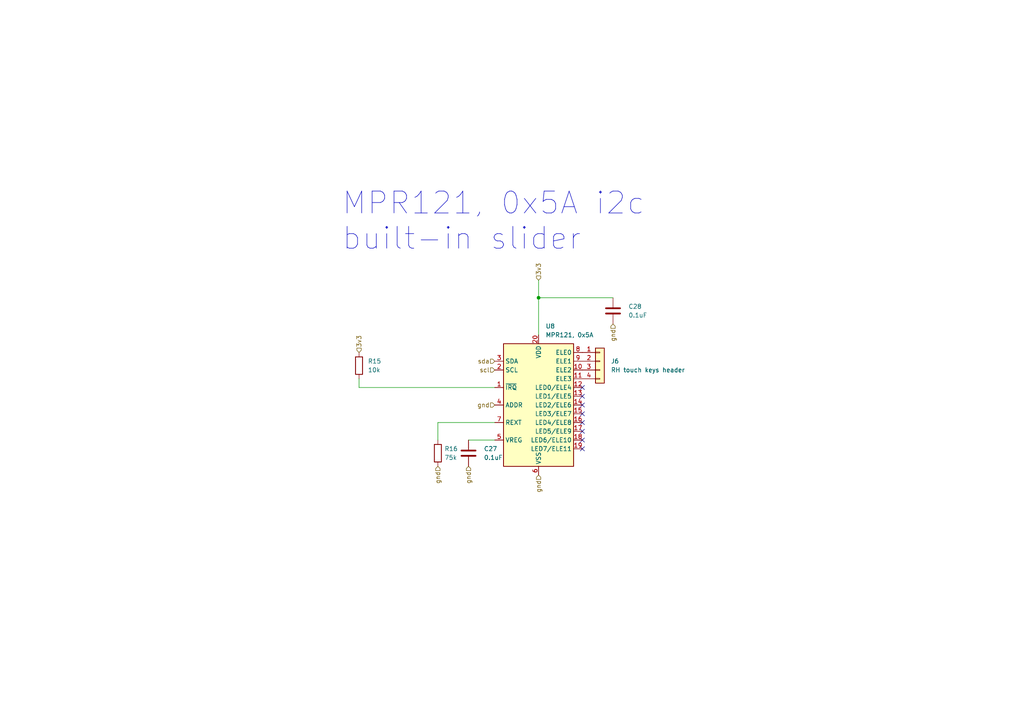
<source format=kicad_sch>
(kicad_sch (version 20211123) (generator eeschema)
  (paper "A4")
  (lib_symbols
    (symbol "Connector_Generic:Conn_01x04" (pin_names (offset 1.016) hide)
      (property "Reference" "J" (at 0 5.08 0))
      (property "Value" "Conn_01x04" (at 0 -7.62 0))
      (symbol "Conn_01x04_1_1"
        (rectangle (start -1.27 -4.953) (end 0 -5.207) (stroke (width 0.1524)))
        (rectangle (start -1.27 -2.413) (end 0 -2.667) (stroke (width 0.1524)))
        (rectangle (start -1.27 0.127) (end 0 -0.127) (stroke (width 0.1524)))
        (rectangle (start -1.27 2.667) (end 0 2.413) (stroke (width 0.1524)))
        (rectangle (start -1.27 3.81) (end 1.27 -6.35) (stroke (width 0.254)) (fill (type background)))
        (pin passive line (at -5.08 2.54 0) (length 3.81) (name "Pin_1") (number "1"))
        (pin passive line (at -5.08 0 0) (length 3.81) (name "Pin_2") (number "2"))
        (pin passive line (at -5.08 -2.54 0) (length 3.81) (name "Pin_3") (number "3"))
        (pin passive line (at -5.08 -5.08 0) (length 3.81) (name "Pin_4") (number "4"))
      )
    )
    (symbol "Device:C" (pin_numbers hide) (pin_names (offset 0.254))
      (property "Reference" "C" (at 0.635 2.54 0))
      (property "Value" "C" (at 0.635 -2.54 0))
      (symbol "C_0_1"
        (polyline (pts (xy -2.032 -0.762) (xy 2.032 -0.762)) (stroke (width 0.508)))
        (polyline (pts (xy -2.032 0.762) (xy 2.032 0.762)) (stroke (width 0.508)))
      )
      (symbol "C_1_1"
        (pin passive line (at 0 3.81 270) (length 2.794) (name "~") (number "1"))
        (pin passive line (at 0 -3.81 90) (length 2.794) (name "~") (number "2"))
      )
    )
    (symbol "Device:R" (pin_numbers hide) (pin_names (offset 0))
      (property "Reference" "R" (at 2.032 0 90))
      (property "Value" "R" (at 0 0 90))
      (symbol "R_0_1"
        (rectangle (start -1.016 -2.54) (end 1.016 2.54) (stroke (width 0.254)))
      )
      (symbol "R_1_1"
        (pin passive line (at 0 3.81 270) (length 1.27) (name "~") (number "1"))
        (pin passive line (at 0 -3.81 90) (length 1.27) (name "~") (number "2"))
      )
    )
    (symbol "Sensor_Touch:MPR121QR2"
      (property "Reference" "U" (at -10.16 19.05 0))
      (property "Value" "MPR121QR2" (at 6.35 19.05 0))
      (symbol "MPR121QR2_0_1"
        (rectangle (start -10.16 17.78) (end 10.16 -17.78) (stroke (width 0.254)) (fill (type background)))
      )
      (symbol "MPR121QR2_1_1"
        (pin open_collector line (at -12.7 5.08 0) (length 2.54) (name "~{IRQ}") (number "1"))
        (pin passive line (at 12.7 10.16 180) (length 2.54) (name "ELE2") (number "10"))
        (pin passive line (at 12.7 7.62 180) (length 2.54) (name "ELE3") (number "11"))
        (pin passive line (at 12.7 5.08 180) (length 2.54) (name "LED0/ELE4") (number "12"))
        (pin passive line (at 12.7 2.54 180) (length 2.54) (name "LED1/ELE5") (number "13"))
        (pin passive line (at 12.7 0 180) (length 2.54) (name "LED2/ELE6") (number "14"))
        (pin passive line (at 12.7 -2.54 180) (length 2.54) (name "LED3/ELE7") (number "15"))
        (pin passive line (at 12.7 -5.08 180) (length 2.54) (name "LED4/ELE8") (number "16"))
        (pin passive line (at 12.7 -7.62 180) (length 2.54) (name "LED5/ELE9") (number "17"))
        (pin passive line (at 12.7 -10.16 180) (length 2.54) (name "LED6/ELE10") (number "18"))
        (pin passive line (at 12.7 -12.7 180) (length 2.54) (name "LED7/ELE11") (number "19"))
        (pin input line (at -12.7 10.16 0) (length 2.54) (name "SCL") (number "2"))
        (pin power_in line (at 0 20.32 270) (length 2.54) (name "VDD") (number "20"))
        (pin bidirectional line (at -12.7 12.7 0) (length 2.54) (name "SDA") (number "3"))
        (pin input line (at -12.7 0 0) (length 2.54) (name "ADDR") (number "4"))
        (pin passive line (at -12.7 -10.16 0) (length 2.54) (name "VREG") (number "5"))
        (pin power_in line (at 0 -20.32 90) (length 2.54) (name "VSS") (number "6"))
        (pin passive line (at -12.7 -5.08 0) (length 2.54) (name "REXT") (number "7"))
        (pin passive line (at 12.7 15.24 180) (length 2.54) (name "ELE0") (number "8"))
        (pin passive line (at 12.7 12.7 180) (length 2.54) (name "ELE1") (number "9"))
      )
    )
  )
  (junction (at 156.21 86.36))
  (no_connect (at 168.91 127.635))
  (no_connect (at 168.91 112.395))
  (no_connect (at 168.91 130.175))
  (no_connect (at 168.91 122.555))
  (no_connect (at 168.91 125.095))
  (no_connect (at 168.91 114.935))
  (no_connect (at 168.91 117.475))
  (no_connect (at 168.91 120.015))
  (wire (pts (xy 143.51 122.555) (xy 127 122.555)))
  (wire (pts (xy 156.21 81.28) (xy 156.21 86.36)))
  (wire (pts (xy 143.51 112.395) (xy 104.14 112.395)))
  (wire (pts (xy 104.14 112.395) (xy 104.14 109.855)))
  (wire (pts (xy 156.21 86.36) (xy 177.8 86.36)))
  (wire (pts (xy 135.89 127.635) (xy 143.51 127.635)))
  (wire (pts (xy 156.21 86.36) (xy 156.21 97.155)))
  (wire (pts (xy 127 122.555) (xy 127 127.635)))
  (text "MPR121, 0x5A i2c\nbuilt-in slider" (at 99.06 73.025 0) (effects (font (size 6.35 6.35)) (justify left bottom)))
  (hierarchical_label "gnd" (shape input) (at 135.89 135.255 270))
  (hierarchical_label "gnd" (shape input) (at 143.51 117.475 180))
  (hierarchical_label "gnd" (shape input) (at 156.21 137.795 270))
  (hierarchical_label "gnd" (shape input) (at 177.8 93.98 270))
  (hierarchical_label "gnd" (shape input) (at 127 135.255 270))
  (hierarchical_label "3v3" (shape input) (at 156.21 81.28 90))
  (hierarchical_label "sda" (shape input) (at 143.51 104.775 180))
  (hierarchical_label "3v3" (shape input) (at 104.14 102.235 90))
  (hierarchical_label "scl" (shape input) (at 143.51 107.315 180))
  (symbol (lib_id "Device:R") (at 127 131.445 0) (unit 1)
    (property "Reference" "R16" (at 128.905 130.1749 0) (effects (justify left)))
    (property "Value" "75k" (at 128.905 132.7149 0) (effects (justify left)))
    (property "Footprint" "Resistor_SMD:R_0402_1005Metric" (effects hide))
    (property "LCSC part number" "C25798" (effects hide))
    (property "verif" "1" (effects hide))
  )
  (symbol (lib_id "Sensor_Touch:MPR121QR2") (at 156.21 117.475 0) (unit 1)
    (property "Reference" "U8" (at 158.2294 94.615 0) (effects (justify left)))
    (property "Value" "MPR121, 0x5A" (at 158.2294 97.155 0) (effects (justify left)))
    (property "Footprint" "Package_DFN_QFN:UQFN-20_3x3mm_P0.4mm" (effects hide))
    (property "Datasheet" "https://resurgentsemi.com/wp-content/uploads/2018/09/MPR121_rev5-Resurgent.pdf?d453f8&d453f8" (effects hide))
    (property "LCSC part number" "C91322" (effects hide))
    (property "verif" "1" (effects hide))
  )
  (symbol (lib_id "Device:R") (at 104.14 106.045 180) (unit 1)
    (property "Reference" "R15" (at 106.68 104.7749 0) (effects (justify right)))
    (property "Value" "10k" (at 106.68 107.3149 0) (effects (justify right)))
    (property "Footprint" "Resistor_SMD:R_0402_1005Metric" (effects hide))
    (property "LCSC part number" "C25744" (effects hide))
    (property "verif" "1" (effects hide))
  )
  (symbol (lib_id "Device:C") (at 135.89 131.445 0) (unit 1)
    (property "Reference" "C27" (at 140.335 130.1749 0) (effects (justify left)))
    (property "Value" "0.1uF" (at 140.335 132.7149 0) (effects (justify left)))
    (property "Footprint" "Capacitor_SMD:C_0402_1005Metric" (effects hide))
    (property "LCSC part number" "C1525" (effects hide))
    (property "verif" "1" (effects hide))
  )
  (symbol (lib_id "Connector_Generic:Conn_01x04") (at 173.99 104.775 0) (unit 1)
    (property "Reference" "J6" (at 177.165 104.7749 0) (effects (justify left)))
    (property "Value" "RH touch keys header" (at 177.165 107.3149 0) (effects (justify left)))
    (property "Footprint" "Connector_PinHeader_2.00mm:PinHeader_1x04_P2.00mm_Vertical" (effects hide))
  )
  (symbol (lib_id "Device:C") (at 177.8 90.17 0) (unit 1)
    (property "Reference" "C28" (at 182.245 88.8999 0) (effects (justify left)))
    (property "Value" "0.1uF" (at 182.245 91.4399 0) (effects (justify left)))
    (property "Footprint" "Capacitor_SMD:C_0402_1005Metric" (effects hide))
    (property "LCSC part number" "C1525" (effects hide))
    (property "verif" "1" (effects hide))
  )
)
</source>
